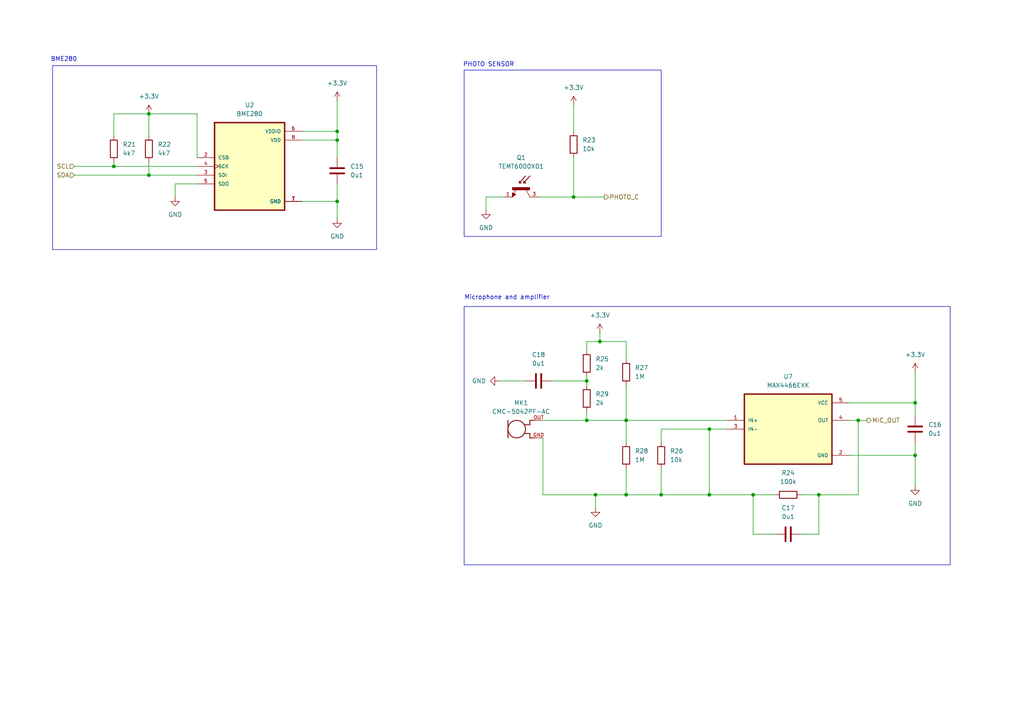
<source format=kicad_sch>
(kicad_sch (version 20250114) (generator "eeschema") (generator_version "9.0")
  (paper "A4")
  (lib_symbols
    (symbol "BME280:BME280" (pin_names (offset 1.016))
      (property "Reference" "U" (at -10.1662 13.3431 0))
      (property "Value" "BME280" (at -10.1683 -15.2524 0))
      (symbol "BME280_0_0"
        (rectangle (start -10.16 -12.7) (end 10.16 12.7) (stroke (width 0.4064)) (fill (type background)))
        (pin input line (at -15.24 2.54 0) (length 5.08) (name "CSB") (number "2"))
        (pin input clock (at -15.24 0 0) (length 5.08) (name "SCK") (number "4"))
        (pin bidirectional line (at -15.24 -2.54 0) (length 5.08) (name "SDI") (number "3"))
        (pin bidirectional line (at -15.24 -5.08 0) (length 5.08) (name "SDO") (number "5"))
        (pin power_in line (at 15.24 10.16 180) (length 5.08) (name "VDDIO") (number "6"))
        (pin power_in line (at 15.24 7.62 180) (length 5.08) (name "VDD") (number "8"))
        (pin power_in line (at 15.24 -10.16 180) (length 5.08) (name "GND") (number "1"))
        (pin power_in line (at 15.24 -10.16 180) (length 5.08) (name "GND") (number "7"))
      )
    )
    (symbol "CMC-5042PF-AC:CMC-5042PF-AC" (pin_names (offset 1.016))
      (property "Reference" "MK" (at -2.5424 5.0848 0))
      (property "Value" "CMC-5042PF-AC" (at -2.5442 -6.3606 0))
      (symbol "CMC-5042PF-AC_0_0"
        (polyline (pts (xy -2.54 2.54) (xy -2.54 -2.54)) (stroke (width 0.254)))
        (circle (center 0 0) (radius 2.54) (stroke (width 0.254)))
        (polyline (pts (xy 3.81 2.54) (xy 3.81 1.27)) (stroke (width 0.254)))
        (polyline (pts (xy 3.81 1.27) (xy 2.2352 1.27)) (stroke (width 0.254)))
        (polyline (pts (xy 3.81 -1.27) (xy 2.2352 -1.27)) (stroke (width 0.254)))
        (polyline (pts (xy 3.81 -2.54) (xy 3.81 -1.27)) (stroke (width 0.254)))
        (polyline (pts (xy 5.08 2.54) (xy 3.81 2.54)) (stroke (width 0.254)))
        (polyline (pts (xy 5.08 -2.54) (xy 3.81 -2.54)) (stroke (width 0.254)))
        (pin output line (at 7.62 2.54 180) (length 2.54) (name "~") (number "OUT"))
        (pin power_in line (at 7.62 -2.54 180) (length 2.54) (name "~") (number "GND"))
      )
    )
    (symbol "Device:C" (pin_numbers (hide yes)) (pin_names (offset 0.254))
      (property "Reference" "C" (at 0.635 2.54 0))
      (property "Value" "C" (at 0.635 -2.54 0))
      (symbol "C_0_1"
        (polyline (pts (xy -2.032 0.762) (xy 2.032 0.762)) (stroke (width 0.508)))
        (polyline (pts (xy -2.032 -0.762) (xy 2.032 -0.762)) (stroke (width 0.508)))
      )
      (symbol "C_1_1"
        (pin passive line (at 0 3.81 270) (length 2.794) (name "~") (number "1"))
        (pin passive line (at 0 -3.81 90) (length 2.794) (name "~") (number "2"))
      )
    )
    (symbol "Device:R" (pin_numbers (hide yes)) (pin_names (offset 0))
      (property "Reference" "R" (at 2.032 0 90))
      (property "Value" "R" (at 0 0 90))
      (symbol "R_0_1"
        (rectangle (start -1.016 -2.54) (end 1.016 2.54) (stroke (width 0.254)))
      )
      (symbol "R_1_1"
        (pin passive line (at 0 3.81 270) (length 1.27) (name "~") (number "1"))
        (pin passive line (at 0 -3.81 90) (length 1.27) (name "~") (number "2"))
      )
    )
    (symbol "MAX4466EXK:MAX4466EXK" (pin_names (offset 1.016))
      (property "Reference" "U" (at -12.7 11.16 0))
      (property "Value" "MAX4466EXK" (at -12.7 -14.16 0))
      (symbol "MAX4466EXK_0_0"
        (rectangle (start -12.7 -10.16) (end 12.7 10.16) (stroke (width 0.41)) (fill (type background)))
        (pin input line (at -17.78 2.54 0) (length 5.08) (name "IN+") (number "1"))
        (pin input line (at -17.78 0 0) (length 5.08) (name "IN-") (number "3"))
        (pin power_in line (at 17.78 7.62 180) (length 5.08) (name "VCC") (number "5"))
        (pin output line (at 17.78 2.54 180) (length 5.08) (name "OUT") (number "4"))
        (pin power_in line (at 17.78 -7.62 180) (length 5.08) (name "GND") (number "2"))
      )
    )
    (symbol "TEMT6000X01:TEMT6000X01" (pin_names (offset 1.016))
      (property "Reference" "Q" (at 5.0999 0 0))
      (property "Value" "TEMT6000X01" (at 5.0887 -2.5444 0))
      (symbol "TEMT6000X01_0_0"
        (polyline (pts (xy -3.556 2.54) (xy -1.524 0.762)) (stroke (width 0.254)))
        (polyline (pts (xy -3.556 1.27) (xy -1.524 -0.508)) (stroke (width 0.254)))
        (polyline (pts (xy -2.032 0.762) (xy -1.524 1.27)) (stroke (width 0.254)))
        (polyline (pts (xy -2.032 -0.508) (xy -1.524 0)) (stroke (width 0.254)))
        (polyline (pts (xy -1.524 1.27) (xy -1.524 0.762)) (stroke (width 0.254)))
        (polyline (pts (xy -1.524 0.762) (xy -2.032 0.762)) (stroke (width 0.254)))
        (polyline (pts (xy -1.524 0) (xy -1.524 -0.508)) (stroke (width 0.254)))
        (polyline (pts (xy -1.524 -0.508) (xy -2.032 -0.508)) (stroke (width 0.254)))
        (rectangle (start -0.2547 -2.5468) (end 0.508 2.54) (stroke (width 0.1)) (fill (type outline)))
        (polyline (pts (xy 1.27 -2.54) (xy 1.778 -1.524)) (stroke (width 0.1524)))
        (polyline (pts (xy 1.524 -2.286) (xy 1.905 -2.286)) (stroke (width 0.254)))
        (polyline (pts (xy 1.524 -2.413) (xy 2.286 -2.413)) (stroke (width 0.254)))
        (polyline (pts (xy 1.54 -2.04) (xy 0.308 -1.424)) (stroke (width 0.1524)))
        (polyline (pts (xy 1.778 -1.524) (xy 2.54 -2.54)) (stroke (width 0.1524)))
        (polyline (pts (xy 1.778 -1.778) (xy 1.524 -2.286)) (stroke (width 0.254)))
        (polyline (pts (xy 1.905 -2.286) (xy 1.778 -2.032)) (stroke (width 0.254)))
        (polyline (pts (xy 2.286 -2.413) (xy 1.778 -1.778)) (stroke (width 0.254)))
        (polyline (pts (xy 2.54 2.54) (xy 0.508 1.524)) (stroke (width 0.1524)))
        (polyline (pts (xy 2.54 -2.54) (xy 1.27 -2.54)) (stroke (width 0.1524)))
        (pin passive line (at 2.54 5.08 270) (length 2.54) (name "~") (number "3"))
        (pin passive line (at 2.54 -5.08 90) (length 2.54) (name "~") (number "1"))
      )
    )
    (symbol "power:+3.3V" (power) (pin_numbers (hide yes)) (pin_names (offset 0) (hide yes))
      (property "Value" "+3.3V" (at 0 3.556 0))
      (symbol "+3.3V_0_1"
        (polyline (pts (xy -0.762 1.27) (xy 0 2.54)))
        (polyline (pts (xy 0 2.54) (xy 0.762 1.27)))
        (polyline (pts (xy 0 0) (xy 0 2.54)))
      )
      (symbol "+3.3V_1_1"
        (pin power_in line (at 0 0 90) (length 0) (name "~") (number "1"))
      )
    )
    (symbol "power:GND" (power) (pin_numbers (hide yes)) (pin_names (offset 0) (hide yes))
      (property "Value" "GND" (at 0 -3.81 0))
      (symbol "GND_0_1"
        (polyline (pts (xy 0 0) (xy 0 -1.27) (xy 1.27 -1.27) (xy 0 -2.54) (xy -1.27 -1.27) (xy 0 -1.27)))
      )
      (symbol "GND_1_1"
        (pin power_in line (at 0 0 270) (length 0) (name "~") (number "1"))
      )
    )
  )
  (rectangle (start 134.62 20.32) (end 191.77 68.58))
  (rectangle (start 15.24 19.05) (end 109.22 72.39))
  (rectangle (start 134.62 88.9) (end 275.59 163.83))
  (text "Microphone and amplifier" (at 147.066 86.36 0) (effects (font (size 1.27 1.27))))
  (text "PHOTO SENSOR" (at 141.732 18.796 0) (effects (font (size 1.27 1.27))))
  (text "BME280" (at 18.542 17.272 0) (effects (font (size 1.27 1.27))))
  (junction (at 205.74 124.46))
  (junction (at 166.37 57.15))
  (junction (at 172.72 143.51))
  (junction (at 248.92 121.92))
  (junction (at 43.18 50.8))
  (junction (at 237.49 143.51))
  (junction (at 97.79 38.1))
  (junction (at 265.43 116.84))
  (junction (at 265.43 132.08))
  (junction (at 170.18 110.49))
  (junction (at 173.99 99.06))
  (junction (at 170.18 121.92))
  (junction (at 181.61 121.92))
  (junction (at 97.79 58.42))
  (junction (at 205.74 143.51))
  (junction (at 43.18 33.02))
  (junction (at 191.77 143.51))
  (junction (at 33.02 48.26))
  (junction (at 97.79 40.64))
  (junction (at 218.44 143.51))
  (junction (at 181.61 143.51))
  (wire (pts (xy 265.43 116.84) (xy 265.43 120.65)))
  (wire (pts (xy 166.37 45.72) (xy 166.37 57.15)))
  (wire (pts (xy 170.18 109.22) (xy 170.18 110.49)))
  (wire (pts (xy 246.38 132.08) (xy 265.43 132.08)))
  (wire (pts (xy 173.99 96.52) (xy 173.99 99.06)))
  (wire (pts (xy 97.79 58.42) (xy 97.79 53.34)))
  (wire (pts (xy 57.15 33.02) (xy 43.18 33.02)))
  (wire (pts (xy 157.48 127) (xy 157.48 143.51)))
  (wire (pts (xy 87.63 40.64) (xy 97.79 40.64)))
  (wire (pts (xy 170.18 119.38) (xy 170.18 121.92)))
  (wire (pts (xy 248.92 121.92) (xy 248.92 143.51)))
  (wire (pts (xy 191.77 124.46) (xy 205.74 124.46)))
  (wire (pts (xy 205.74 124.46) (xy 210.82 124.46)))
  (wire (pts (xy 21.59 50.8) (xy 43.18 50.8)))
  (wire (pts (xy 232.41 154.94) (xy 237.49 154.94)))
  (wire (pts (xy 181.61 99.06) (xy 181.61 104.14)))
  (wire (pts (xy 181.61 121.92) (xy 181.61 128.27)))
  (wire (pts (xy 191.77 135.89) (xy 191.77 143.51)))
  (wire (pts (xy 166.37 57.15) (xy 175.26 57.15)))
  (wire (pts (xy 57.15 53.34) (xy 50.8 53.34)))
  (wire (pts (xy 172.72 147.32) (xy 172.72 143.51)))
  (wire (pts (xy 166.37 57.15) (xy 156.21 57.15)))
  (wire (pts (xy 181.61 143.51) (xy 191.77 143.51)))
  (wire (pts (xy 191.77 128.27) (xy 191.77 124.46)))
  (wire (pts (xy 237.49 143.51) (xy 232.41 143.51)))
  (wire (pts (xy 248.92 121.92) (xy 251.46 121.92)))
  (wire (pts (xy 191.77 143.51) (xy 205.74 143.51)))
  (wire (pts (xy 181.61 111.76) (xy 181.61 121.92)))
  (wire (pts (xy 172.72 143.51) (xy 181.61 143.51)))
  (wire (pts (xy 160.02 110.49) (xy 170.18 110.49)))
  (wire (pts (xy 97.79 40.64) (xy 97.79 45.72)))
  (wire (pts (xy 140.97 57.15) (xy 140.97 60.96)))
  (wire (pts (xy 157.48 143.51) (xy 172.72 143.51)))
  (wire (pts (xy 43.18 33.02) (xy 43.18 39.37)))
  (wire (pts (xy 218.44 143.51) (xy 218.44 154.94)))
  (wire (pts (xy 97.79 38.1) (xy 97.79 29.21)))
  (wire (pts (xy 57.15 45.72) (xy 57.15 33.02)))
  (wire (pts (xy 50.8 53.34) (xy 50.8 57.15)))
  (wire (pts (xy 248.92 143.51) (xy 237.49 143.51)))
  (wire (pts (xy 218.44 154.94) (xy 224.79 154.94)))
  (wire (pts (xy 170.18 101.6) (xy 170.18 99.06)))
  (wire (pts (xy 181.61 121.92) (xy 210.82 121.92)))
  (wire (pts (xy 218.44 143.51) (xy 205.74 143.51)))
  (wire (pts (xy 21.59 48.26) (xy 33.02 48.26)))
  (wire (pts (xy 170.18 121.92) (xy 181.61 121.92)))
  (wire (pts (xy 170.18 99.06) (xy 173.99 99.06)))
  (wire (pts (xy 265.43 132.08) (xy 265.43 128.27)))
  (wire (pts (xy 43.18 46.99) (xy 43.18 50.8)))
  (wire (pts (xy 157.48 121.92) (xy 170.18 121.92)))
  (wire (pts (xy 237.49 154.94) (xy 237.49 143.51)))
  (wire (pts (xy 265.43 132.08) (xy 265.43 140.97)))
  (wire (pts (xy 166.37 30.48) (xy 166.37 38.1)))
  (wire (pts (xy 205.74 143.51) (xy 205.74 124.46)))
  (wire (pts (xy 246.38 121.92) (xy 248.92 121.92)))
  (wire (pts (xy 224.79 143.51) (xy 218.44 143.51)))
  (wire (pts (xy 170.18 110.49) (xy 170.18 111.76)))
  (wire (pts (xy 33.02 39.37) (xy 33.02 33.02)))
  (wire (pts (xy 146.05 57.15) (xy 140.97 57.15)))
  (wire (pts (xy 246.38 116.84) (xy 265.43 116.84)))
  (wire (pts (xy 144.78 110.49) (xy 152.4 110.49)))
  (wire (pts (xy 97.79 58.42) (xy 97.79 63.5)))
  (wire (pts (xy 97.79 40.64) (xy 97.79 38.1)))
  (wire (pts (xy 173.99 99.06) (xy 181.61 99.06)))
  (wire (pts (xy 33.02 33.02) (xy 43.18 33.02)))
  (wire (pts (xy 87.63 38.1) (xy 97.79 38.1)))
  (wire (pts (xy 43.18 50.8) (xy 57.15 50.8)))
  (wire (pts (xy 181.61 135.89) (xy 181.61 143.51)))
  (wire (pts (xy 33.02 48.26) (xy 57.15 48.26)))
  (wire (pts (xy 265.43 107.95) (xy 265.43 116.84)))
  (wire (pts (xy 33.02 46.99) (xy 33.02 48.26)))
  (wire (pts (xy 87.63 58.42) (xy 97.79 58.42)))
  (hierarchical_label "SDA" (shape input) (at 21.59 50.8 180))
  (hierarchical_label "PHOTO_C" (shape output) (at 175.26 57.15 0))
  (hierarchical_label "MIC_OUT" (shape output) (at 251.46 121.92 0))
  (hierarchical_label "SCL" (shape input) (at 21.59 48.26 180))
  (symbol (lib_id "Device:R") (at 170.18 105.41 0) (unit 1)
    (property "Reference" "R25" (at 172.72 104.1399 0) (effects (justify left)))
    (property "Value" "2k" (at 172.72 106.6799 0) (effects (justify left)))
    (property "Footprint" "Resistor_SMD:R_0805_2012Metric" (effects (hide yes)))
    (property "Description" "Resistor" (effects (hide yes)))
  )
  (symbol (lib_id "Device:R") (at 191.77 132.08 0) (unit 1)
    (property "Reference" "R26" (at 194.31 130.8099 0) (effects (justify left)))
    (property "Value" "10k" (at 194.31 133.3499 0) (effects (justify left)))
    (property "Footprint" "Resistor_SMD:R_0805_2012Metric" (effects (hide yes)))
    (property "Description" "Resistor" (effects (hide yes)))
  )
  (symbol (lib_id "MAX4466EXK:MAX4466EXK") (at 228.6 124.46 0) (unit 1)
    (property "Reference" "U7" (at 228.6 109.22 0))
    (property "Value" "MAX4466EXK" (at 228.6 111.76 0))
    (property "Footprint" "MAX4466EXK:SOT65P210X110-5N" (effects (hide yes)))
    (property "MF" "Analog Devices" (effects (hide yes)))
    (property "Description_1" "Amplifier IC 1-Channel (Mono) Class AB SC-70-5" (effects (hide yes)))
    (property "Package" "SC-70-5 Maxim" (effects (hide yes)))
    (property "Price" "None" (effects (hide yes)))
    (property "SnapEDA_Link" "https://www.snapeda.com/parts/MAX4466EXK/Analog+Devices/view-part/?ref=snap" (effects (hide yes)))
    (property "MP" "MAX4466EXK" (effects (hide yes)))
    (property "Availability" "In Stock" (effects (hide yes)))
    (property "Check_prices" "https://www.snapeda.com/parts/MAX4466EXK/Analog+Devices/view-part/?ref=eda" (effects (hide yes)))
  )
  (symbol (lib_id "Device:R") (at 33.02 43.18 0) (unit 1)
    (property "Reference" "R21" (at 35.56 41.9099 0) (effects (justify left)))
    (property "Value" "4k7" (at 35.56 44.4499 0) (effects (justify left)))
    (property "Footprint" "Resistor_SMD:R_0805_2012Metric" (effects (hide yes)))
    (property "Description" "Resistor" (effects (hide yes)))
  )
  (symbol (lib_id "power:GND") (at 50.8 57.15 0) (unit 1)
    (property "Reference" "#PWR038" (effects (hide yes)))
    (property "Value" "GND" (at 50.8 62.23 0))
    (property "Description" "Power symbol creates a global label with name \"GND\" , ground" (effects (hide yes)))
  )
  (symbol (lib_id "power:+3.3V") (at 265.43 107.95 0) (unit 1)
    (property "Reference" "#PWR043" (effects (hide yes)))
    (property "Value" "+3.3V" (at 265.43 102.87 0))
    (property "Description" "Power symbol creates a global label with name \"+3.3V\"" (effects (hide yes)))
  )
  (symbol (lib_id "Device:R") (at 43.18 43.18 0) (unit 1)
    (property "Reference" "R22" (at 45.72 41.9099 0) (effects (justify left)))
    (property "Value" "4k7" (at 45.72 44.4499 0) (effects (justify left)))
    (property "Footprint" "Resistor_SMD:R_0805_2012Metric" (effects (hide yes)))
    (property "Description" "Resistor" (effects (hide yes)))
  )
  (symbol (lib_id "Device:R") (at 181.61 132.08 0) (unit 1)
    (property "Reference" "R28" (at 184.15 130.8099 0) (effects (justify left)))
    (property "Value" "1M" (at 184.15 133.3499 0) (effects (justify left)))
    (property "Footprint" "Resistor_SMD:R_0805_2012Metric" (effects (hide yes)))
    (property "Description" "Resistor" (effects (hide yes)))
  )
  (symbol (lib_id "power:+3.3V") (at 97.79 29.21 0) (unit 1)
    (property "Reference" "#PWR039" (effects (hide yes)))
    (property "Value" "+3.3V" (at 97.79 24.13 0))
    (property "Description" "Power symbol creates a global label with name \"+3.3V\"" (effects (hide yes)))
  )
  (symbol (lib_id "Device:R") (at 166.37 41.91 0) (unit 1)
    (property "Reference" "R23" (at 168.91 40.6399 0) (effects (justify left)))
    (property "Value" "10k" (at 168.91 43.1799 0) (effects (justify left)))
    (property "Footprint" "Resistor_SMD:R_0805_2012Metric" (effects (hide yes)))
    (property "Description" "Resistor" (effects (hide yes)))
  )
  (symbol (lib_id "power:GND") (at 140.97 60.96 0) (unit 1)
    (property "Reference" "#PWR041" (effects (hide yes)))
    (property "Value" "GND" (at 140.97 66.04 0))
    (property "Description" "Power symbol creates a global label with name \"GND\" , ground" (effects (hide yes)))
  )
  (symbol (lib_id "Device:R") (at 181.61 107.95 0) (unit 1)
    (property "Reference" "R27" (at 184.15 106.6799 0) (effects (justify left)))
    (property "Value" "1M" (at 184.15 109.2199 0) (effects (justify left)))
    (property "Footprint" "Resistor_SMD:R_0805_2012Metric" (effects (hide yes)))
    (property "Description" "Resistor" (effects (hide yes)))
  )
  (symbol (lib_id "power:GND") (at 265.43 140.97 0) (unit 1)
    (property "Reference" "#PWR047" (effects (hide yes)))
    (property "Value" "GND" (at 265.43 146.05 0))
    (property "Description" "Power symbol creates a global label with name \"GND\" , ground" (effects (hide yes)))
  )
  (symbol (lib_id "power:GND") (at 172.72 147.32 0) (unit 1)
    (property "Reference" "#PWR044" (effects (hide yes)))
    (property "Value" "GND" (at 172.72 152.4 0))
    (property "Description" "Power symbol creates a global label with name \"GND\" , ground" (effects (hide yes)))
  )
  (symbol (lib_id "power:GND") (at 97.79 63.5 0) (unit 1)
    (property "Reference" "#PWR040" (effects (hide yes)))
    (property "Value" "GND" (at 97.79 68.58 0))
    (property "Description" "Power symbol creates a global label with name \"GND\" , ground" (effects (hide yes)))
  )
  (symbol (lib_id "power:GND") (at 144.78 110.49 270) (unit 1)
    (property "Reference" "#PWR045" (effects (hide yes)))
    (property "Value" "GND" (at 140.97 110.4899 90) (effects (justify right)))
    (property "Description" "Power symbol creates a global label with name \"GND\" , ground" (effects (hide yes)))
  )
  (symbol (lib_id "power:+3.3V") (at 43.18 33.02 0) (unit 1)
    (property "Reference" "#PWR037" (effects (hide yes)))
    (property "Value" "+3.3V" (at 43.18 27.94 0))
    (property "Description" "Power symbol creates a global label with name \"+3.3V\"" (effects (hide yes)))
  )
  (symbol (lib_id "Device:R") (at 170.18 115.57 0) (unit 1)
    (property "Reference" "R29" (at 172.72 114.2999 0) (effects (justify left)))
    (property "Value" "2k" (at 172.72 116.8399 0) (effects (justify left)))
    (property "Footprint" "Resistor_SMD:R_0805_2012Metric" (effects (hide yes)))
    (property "Description" "Resistor" (effects (hide yes)))
  )
  (symbol (lib_id "Device:C") (at 97.79 49.53 0) (unit 1)
    (property "Reference" "C15" (at 101.6 48.2599 0) (effects (justify left)))
    (property "Value" "0u1" (at 101.6 50.7999 0) (effects (justify left)))
    (property "Footprint" "Capacitor_SMD:C_0805_2012Metric" (effects (hide yes)))
    (property "Description" "Unpolarized capacitor" (effects (hide yes)))
  )
  (symbol (lib_id "Device:C") (at 265.43 124.46 0) (unit 1)
    (property "Reference" "C16" (at 269.24 123.1899 0) (effects (justify left)))
    (property "Value" "0u1" (at 269.24 125.7299 0) (effects (justify left)))
    (property "Footprint" "Capacitor_SMD:C_0805_2012Metric" (effects (hide yes)))
    (property "Description" "Unpolarized capacitor" (effects (hide yes)))
  )
  (symbol (lib_id "TEMT6000X01:TEMT6000X01") (at 151.13 54.61 270) (unit 1)
    (property "Reference" "Q1" (at 151.1554 45.72 90))
    (property "Value" "TEMT6000X01" (at 151.1554 48.26 90))
    (property "Footprint" "TEMT6000X01:TRANS_TEMT6000X01" (effects (hide yes)))
    (property "MF" "Vishay Semiconductor" (effects (hide yes)))
    (property "Description_1" "Phototransistors 570nm Top View 1206 (3216 Metric)" (effects (hide yes)))
    (property "Package" "1206 Vishay" (effects (hide yes)))
    (property "Price" "None" (effects (hide yes)))
    (property "Check_prices" "https://www.snapeda.com/parts/TEMT6000X01/Vishay+Semiconductor+Opto+Division/view-part/?ref=eda" (effects (hide yes)))
    (property "STANDARD" "Manufacturer Recommendations" (effects (hide yes)))
    (property "PARTREV" "1.9" (effects (hide yes)))
    (property "SnapEDA_Link" "https://www.snapeda.com/parts/TEMT6000X01/Vishay+Semiconductor+Opto+Division/view-part/?ref=snap" (effects (hide yes)))
    (property "MP" "TEMT6000X01" (effects (hide yes)))
    (property "Availability" "In Stock" (effects (hide yes)))
    (property "MANUFACTURER" "VISHAY" (effects (hide yes)))
  )
  (symbol (lib_id "power:+3.3V") (at 173.99 96.52 0) (unit 1)
    (property "Reference" "#PWR046" (effects (hide yes)))
    (property "Value" "+3.3V" (at 173.99 91.44 0))
    (property "Description" "Power symbol creates a global label with name \"+3.3V\"" (effects (hide yes)))
  )
  (symbol (lib_id "BME280:BME280") (at 72.39 48.26 0) (unit 1)
    (property "Reference" "U2" (at 72.39 30.48 0))
    (property "Value" "BME280" (at 72.39 33.02 0))
    (property "Footprint" "BME280:PSON65P250X250X100-8N" (effects (hide yes)))
    (property "MF" "Bosch" (effects (hide yes)))
    (property "DESCRIPTION" "Integrated pressure, humidity and temperature sensor; 8-pin 2.5x2.5x0.93mm LGA" (effects (hide yes)))
    (property "PACKAGE" "LGA-8 Bosch" (effects (hide yes)))
    (property "PRICE" "4.94 USD" (effects (hide yes)))
    (property "Package" "LGA-8 Bosch" (effects (hide yes)))
    (property "Check_prices" "https://www.snapeda.com/parts/BME280/Bosch+Sensortec/view-part/?ref=eda" (effects (hide yes)))
    (property "STANDARD" "IPC-7351B" (effects (hide yes)))
    (property "SnapEDA_Link" "https://www.snapeda.com/parts/BME280/Bosch+Sensortec/view-part/?ref=snap" (effects (hide yes)))
    (property "MP" "BME280" (effects (hide yes)))
    (property "Price" "None" (effects (hide yes)))
    (property "Availability" "In Stock" (effects (hide yes)))
    (property "AVAILABILITY" "Good" (effects (hide yes)))
    (property "Description_1" "Board Mount Humidity Sensors MEMS humidity, pressure and temperature sensor" (effects (hide yes)))
  )
  (symbol (lib_id "Device:C") (at 228.6 154.94 90) (unit 1)
    (property "Reference" "C17" (at 228.6 147.32 90))
    (property "Value" "0u1" (at 228.6 149.86 90))
    (property "Footprint" "Capacitor_SMD:C_0805_2012Metric" (effects (hide yes)))
    (property "Description" "Unpolarized capacitor" (effects (hide yes)))
  )
  (symbol (lib_id "CMC-5042PF-AC:CMC-5042PF-AC") (at 149.86 124.46 0) (unit 1)
    (property "Reference" "MK1" (at 151.13 116.84 0))
    (property "Value" "CMC-5042PF-AC" (at 151.13 119.38 0))
    (property "Footprint" "CMC-5042PF-AC:CUI_CMC-5042PF-AC" (effects (hide yes)))
    (property "MF" "Same Sky" (effects (hide yes)))
    (property "Description_1" "6.0 mm, Omnidirectional, PCB Mount, 2.0 Vdc, Electret Condenser Microphone" (effects (hide yes)))
    (property "Package" "None" (effects (hide yes)))
    (property "Price" "None" (effects (hide yes)))
    (property "Check_prices" "https://www.snapeda.com/parts/CMC-5042PF-AC/Same+Sky/view-part/?ref=eda" (effects (hide yes)))
    (property "STANDARD" "Manufacturer recommendations" (effects (hide yes)))
    (property "SnapEDA_Link" "https://www.snapeda.com/parts/CMC-5042PF-AC/Same+Sky/view-part/?ref=snap" (effects (hide yes)))
    (property "MP" "CMC-5042PF-AC" (effects (hide yes)))
    (property "Availability" "In Stock" (effects (hide yes)))
    (property "MANUFACTURER" "CUI INC" (effects (hide yes)))
  )
  (symbol (lib_id "Device:R") (at 228.6 143.51 90) (unit 1)
    (property "Reference" "R24" (at 228.6 137.16 90))
    (property "Value" "100k" (at 228.6 139.7 90))
    (property "Footprint" "Resistor_SMD:R_0805_2012Metric" (effects (hide yes)))
    (property "Description" "Resistor" (effects (hide yes)))
  )
  (symbol (lib_id "power:+3.3V") (at 166.37 30.48 0) (unit 1)
    (property "Reference" "#PWR042" (effects (hide yes)))
    (property "Value" "+3.3V" (at 166.37 25.4 0))
    (property "Description" "Power symbol creates a global label with name \"+3.3V\"" (effects (hide yes)))
  )
  (symbol (lib_id "Device:C") (at 156.21 110.49 90) (unit 1)
    (property "Reference" "C18" (at 156.21 102.87 90))
    (property "Value" "0u1" (at 156.21 105.41 90))
    (property "Footprint" "Capacitor_SMD:C_0805_2012Metric" (effects (hide yes)))
    (property "Description" "Unpolarized capacitor" (effects (hide yes)))
  )
)
</source>
